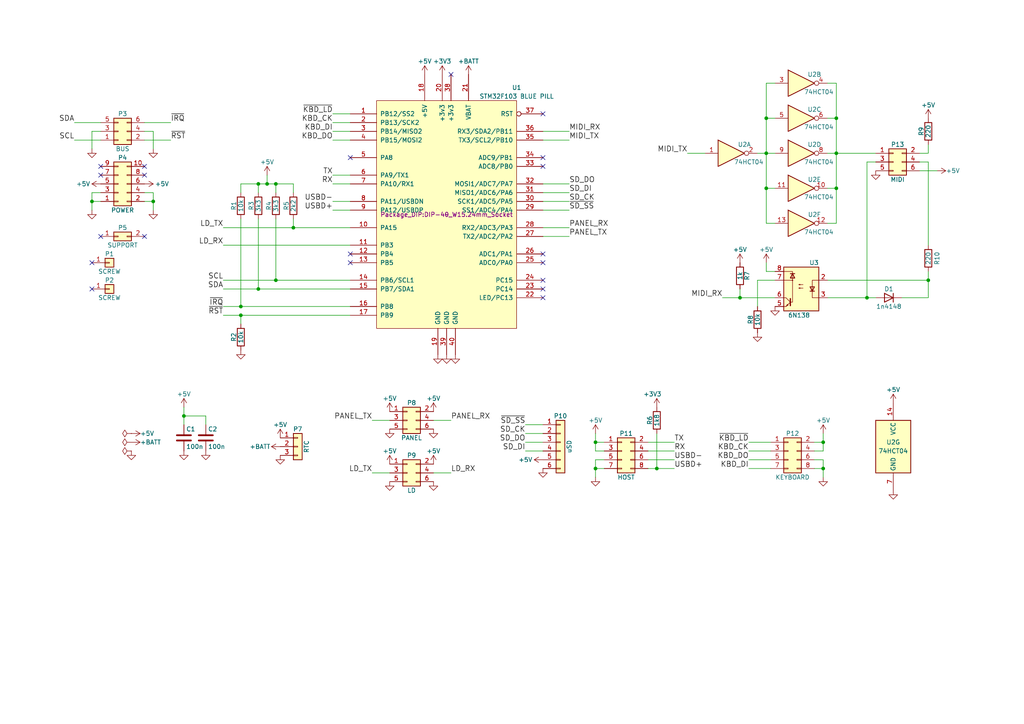
<source format=kicad_sch>
(kicad_sch (version 20211123) (generator eeschema)
  (paper "A4")
  (lib_symbols
    (symbol "74xx:74HC04"
      (property "Reference" "U" (at 0 1.27 0))
      (property "Value" "74HC04" (at 0 -1.27 0))
      (symbol "74HC04_1_0"
        (polyline (pts (xy -3.81 3.81) (xy -3.81 -3.81) (xy 3.81 0) (xy -3.81 3.81)) (stroke (width 0.254)) (fill (type background)))
        (pin input line (at -7.62 0 0) (length 3.81) (name "~") (number "1"))
        (pin output inverted (at 7.62 0 180) (length 3.81) (name "~") (number "2"))
      )
      (symbol "74HC04_2_0"
        (polyline (pts (xy -3.81 3.81) (xy -3.81 -3.81) (xy 3.81 0) (xy -3.81 3.81)) (stroke (width 0.254)) (fill (type background)))
        (pin input line (at -7.62 0 0) (length 3.81) (name "~") (number "3"))
        (pin output inverted (at 7.62 0 180) (length 3.81) (name "~") (number "4"))
      )
      (symbol "74HC04_3_0"
        (polyline (pts (xy -3.81 3.81) (xy -3.81 -3.81) (xy 3.81 0) (xy -3.81 3.81)) (stroke (width 0.254)) (fill (type background)))
        (pin input line (at -7.62 0 0) (length 3.81) (name "~") (number "5"))
        (pin output inverted (at 7.62 0 180) (length 3.81) (name "~") (number "6"))
      )
      (symbol "74HC04_4_0"
        (polyline (pts (xy -3.81 3.81) (xy -3.81 -3.81) (xy 3.81 0) (xy -3.81 3.81)) (stroke (width 0.254)) (fill (type background)))
        (pin output inverted (at 7.62 0 180) (length 3.81) (name "~") (number "8"))
        (pin input line (at -7.62 0 0) (length 3.81) (name "~") (number "9"))
      )
      (symbol "74HC04_5_0"
        (polyline (pts (xy -3.81 3.81) (xy -3.81 -3.81) (xy 3.81 0) (xy -3.81 3.81)) (stroke (width 0.254)) (fill (type background)))
        (pin output inverted (at 7.62 0 180) (length 3.81) (name "~") (number "10"))
        (pin input line (at -7.62 0 0) (length 3.81) (name "~") (number "11"))
      )
      (symbol "74HC04_6_0"
        (polyline (pts (xy -3.81 3.81) (xy -3.81 -3.81) (xy 3.81 0) (xy -3.81 3.81)) (stroke (width 0.254)) (fill (type background)))
        (pin output inverted (at 7.62 0 180) (length 3.81) (name "~") (number "12"))
        (pin input line (at -7.62 0 0) (length 3.81) (name "~") (number "13"))
      )
      (symbol "74HC04_7_0"
        (pin power_in line (at 0 12.7 270) (length 5.08) (name "VCC") (number "14"))
        (pin power_in line (at 0 -12.7 90) (length 5.08) (name "GND") (number "7"))
      )
      (symbol "74HC04_7_1"
        (rectangle (start -5.08 7.62) (end 5.08 -7.62) (stroke (width 0.254)) (fill (type background)))
      )
    )
    (symbol "Connector_Generic:Conn_01x01" (pin_names (offset 1.016) hide)
      (property "Reference" "J" (at 0 2.54 0))
      (property "Value" "Conn_01x01" (at 0 -2.54 0))
      (symbol "Conn_01x01_1_1"
        (rectangle (start -1.27 0.127) (end 0 -0.127) (stroke (width 0.1524)))
        (rectangle (start -1.27 1.27) (end 1.27 -1.27) (stroke (width 0.254)) (fill (type background)))
        (pin passive line (at -5.08 0 0) (length 3.81) (name "Pin_1") (number "1"))
      )
    )
    (symbol "Connector_Generic:Conn_01x03" (pin_names (offset 1.016) hide)
      (property "Reference" "J" (at 0 5.08 0))
      (property "Value" "Conn_01x03" (at 0 -5.08 0))
      (symbol "Conn_01x03_1_1"
        (rectangle (start -1.27 -2.413) (end 0 -2.667) (stroke (width 0.1524)))
        (rectangle (start -1.27 0.127) (end 0 -0.127) (stroke (width 0.1524)))
        (rectangle (start -1.27 2.667) (end 0 2.413) (stroke (width 0.1524)))
        (rectangle (start -1.27 3.81) (end 1.27 -3.81) (stroke (width 0.254)) (fill (type background)))
        (pin passive line (at -5.08 2.54 0) (length 3.81) (name "Pin_1") (number "1"))
        (pin passive line (at -5.08 0 0) (length 3.81) (name "Pin_2") (number "2"))
        (pin passive line (at -5.08 -2.54 0) (length 3.81) (name "Pin_3") (number "3"))
      )
    )
    (symbol "Connector_Generic:Conn_01x06" (pin_names (offset 1.016) hide)
      (property "Reference" "J" (at 0 7.62 0))
      (property "Value" "Conn_01x06" (at 0 -10.16 0))
      (symbol "Conn_01x06_1_1"
        (rectangle (start -1.27 -7.493) (end 0 -7.747) (stroke (width 0.1524)))
        (rectangle (start -1.27 -4.953) (end 0 -5.207) (stroke (width 0.1524)))
        (rectangle (start -1.27 -2.413) (end 0 -2.667) (stroke (width 0.1524)))
        (rectangle (start -1.27 0.127) (end 0 -0.127) (stroke (width 0.1524)))
        (rectangle (start -1.27 2.667) (end 0 2.413) (stroke (width 0.1524)))
        (rectangle (start -1.27 5.207) (end 0 4.953) (stroke (width 0.1524)))
        (rectangle (start -1.27 6.35) (end 1.27 -8.89) (stroke (width 0.254)) (fill (type background)))
        (pin passive line (at -5.08 5.08 0) (length 3.81) (name "Pin_1") (number "1"))
        (pin passive line (at -5.08 2.54 0) (length 3.81) (name "Pin_2") (number "2"))
        (pin passive line (at -5.08 0 0) (length 3.81) (name "Pin_3") (number "3"))
        (pin passive line (at -5.08 -2.54 0) (length 3.81) (name "Pin_4") (number "4"))
        (pin passive line (at -5.08 -5.08 0) (length 3.81) (name "Pin_5") (number "5"))
        (pin passive line (at -5.08 -7.62 0) (length 3.81) (name "Pin_6") (number "6"))
      )
    )
    (symbol "Connector_Generic:Conn_02x01" (pin_names (offset 1.016) hide)
      (property "Reference" "J" (at 1.27 2.54 0))
      (property "Value" "Conn_02x01" (at 1.27 -2.54 0))
      (symbol "Conn_02x01_1_1"
        (rectangle (start -1.27 0.127) (end 0 -0.127) (stroke (width 0.1524)))
        (rectangle (start -1.27 1.27) (end 3.81 -1.27) (stroke (width 0.254)) (fill (type background)))
        (rectangle (start 3.81 0.127) (end 2.54 -0.127) (stroke (width 0.1524)))
        (pin passive line (at -5.08 0 0) (length 3.81) (name "Pin_1") (number "1"))
        (pin passive line (at 7.62 0 180) (length 3.81) (name "Pin_2") (number "2"))
      )
    )
    (symbol "Connector_Generic:Conn_02x03_Odd_Even" (pin_names (offset 1.016) hide)
      (property "Reference" "J" (at 1.27 5.08 0))
      (property "Value" "Conn_02x03_Odd_Even" (at 1.27 -5.08 0))
      (symbol "Conn_02x03_Odd_Even_1_1"
        (rectangle (start -1.27 -2.413) (end 0 -2.667) (stroke (width 0.1524)))
        (rectangle (start -1.27 0.127) (end 0 -0.127) (stroke (width 0.1524)))
        (rectangle (start -1.27 2.667) (end 0 2.413) (stroke (width 0.1524)))
        (rectangle (start -1.27 3.81) (end 3.81 -3.81) (stroke (width 0.254)) (fill (type background)))
        (rectangle (start 3.81 -2.413) (end 2.54 -2.667) (stroke (width 0.1524)))
        (rectangle (start 3.81 0.127) (end 2.54 -0.127) (stroke (width 0.1524)))
        (rectangle (start 3.81 2.667) (end 2.54 2.413) (stroke (width 0.1524)))
        (pin passive line (at -5.08 2.54 0) (length 3.81) (name "Pin_1") (number "1"))
        (pin passive line (at 7.62 2.54 180) (length 3.81) (name "Pin_2") (number "2"))
        (pin passive line (at -5.08 0 0) (length 3.81) (name "Pin_3") (number "3"))
        (pin passive line (at 7.62 0 180) (length 3.81) (name "Pin_4") (number "4"))
        (pin passive line (at -5.08 -2.54 0) (length 3.81) (name "Pin_5") (number "5"))
        (pin passive line (at 7.62 -2.54 180) (length 3.81) (name "Pin_6") (number "6"))
      )
    )
    (symbol "Connector_Generic:Conn_02x04_Odd_Even" (pin_names (offset 1.016) hide)
      (property "Reference" "J" (at 1.27 5.08 0))
      (property "Value" "Conn_02x04_Odd_Even" (at 1.27 -7.62 0))
      (symbol "Conn_02x04_Odd_Even_1_1"
        (rectangle (start -1.27 -4.953) (end 0 -5.207) (stroke (width 0.1524)))
        (rectangle (start -1.27 -2.413) (end 0 -2.667) (stroke (width 0.1524)))
        (rectangle (start -1.27 0.127) (end 0 -0.127) (stroke (width 0.1524)))
        (rectangle (start -1.27 2.667) (end 0 2.413) (stroke (width 0.1524)))
        (rectangle (start -1.27 3.81) (end 3.81 -6.35) (stroke (width 0.254)) (fill (type background)))
        (rectangle (start 3.81 -4.953) (end 2.54 -5.207) (stroke (width 0.1524)))
        (rectangle (start 3.81 -2.413) (end 2.54 -2.667) (stroke (width 0.1524)))
        (rectangle (start 3.81 0.127) (end 2.54 -0.127) (stroke (width 0.1524)))
        (rectangle (start 3.81 2.667) (end 2.54 2.413) (stroke (width 0.1524)))
        (pin passive line (at -5.08 2.54 0) (length 3.81) (name "Pin_1") (number "1"))
        (pin passive line (at 7.62 2.54 180) (length 3.81) (name "Pin_2") (number "2"))
        (pin passive line (at -5.08 0 0) (length 3.81) (name "Pin_3") (number "3"))
        (pin passive line (at 7.62 0 180) (length 3.81) (name "Pin_4") (number "4"))
        (pin passive line (at -5.08 -2.54 0) (length 3.81) (name "Pin_5") (number "5"))
        (pin passive line (at 7.62 -2.54 180) (length 3.81) (name "Pin_6") (number "6"))
        (pin passive line (at -5.08 -5.08 0) (length 3.81) (name "Pin_7") (number "7"))
        (pin passive line (at 7.62 -5.08 180) (length 3.81) (name "Pin_8") (number "8"))
      )
    )
    (symbol "Connector_Generic:Conn_02x05_Odd_Even" (pin_names (offset 1.016) hide)
      (property "Reference" "J" (at 1.27 7.62 0))
      (property "Value" "Conn_02x05_Odd_Even" (at 1.27 -7.62 0))
      (symbol "Conn_02x05_Odd_Even_1_1"
        (rectangle (start -1.27 -4.953) (end 0 -5.207) (stroke (width 0.1524)))
        (rectangle (start -1.27 -2.413) (end 0 -2.667) (stroke (width 0.1524)))
        (rectangle (start -1.27 0.127) (end 0 -0.127) (stroke (width 0.1524)))
        (rectangle (start -1.27 2.667) (end 0 2.413) (stroke (width 0.1524)))
        (rectangle (start -1.27 5.207) (end 0 4.953) (stroke (width 0.1524)))
        (rectangle (start -1.27 6.35) (end 3.81 -6.35) (stroke (width 0.254)) (fill (type background)))
        (rectangle (start 3.81 -4.953) (end 2.54 -5.207) (stroke (width 0.1524)))
        (rectangle (start 3.81 -2.413) (end 2.54 -2.667) (stroke (width 0.1524)))
        (rectangle (start 3.81 0.127) (end 2.54 -0.127) (stroke (width 0.1524)))
        (rectangle (start 3.81 2.667) (end 2.54 2.413) (stroke (width 0.1524)))
        (rectangle (start 3.81 5.207) (end 2.54 4.953) (stroke (width 0.1524)))
        (pin passive line (at -5.08 5.08 0) (length 3.81) (name "Pin_1") (number "1"))
        (pin passive line (at 7.62 -5.08 180) (length 3.81) (name "Pin_10") (number "10"))
        (pin passive line (at 7.62 5.08 180) (length 3.81) (name "Pin_2") (number "2"))
        (pin passive line (at -5.08 2.54 0) (length 3.81) (name "Pin_3") (number "3"))
        (pin passive line (at 7.62 2.54 180) (length 3.81) (name "Pin_4") (number "4"))
        (pin passive line (at -5.08 0 0) (length 3.81) (name "Pin_5") (number "5"))
        (pin passive line (at 7.62 0 180) (length 3.81) (name "Pin_6") (number "6"))
        (pin passive line (at -5.08 -2.54 0) (length 3.81) (name "Pin_7") (number "7"))
        (pin passive line (at 7.62 -2.54 180) (length 3.81) (name "Pin_8") (number "8"))
        (pin passive line (at -5.08 -5.08 0) (length 3.81) (name "Pin_9") (number "9"))
      )
    )
    (symbol "Device:C" (pin_numbers hide) (pin_names (offset 0.254))
      (property "Reference" "C" (at 0.635 2.54 0))
      (property "Value" "C" (at 0.635 -2.54 0))
      (symbol "C_0_1"
        (polyline (pts (xy -2.032 -0.762) (xy 2.032 -0.762)) (stroke (width 0.508)))
        (polyline (pts (xy -2.032 0.762) (xy 2.032 0.762)) (stroke (width 0.508)))
      )
      (symbol "C_1_1"
        (pin passive line (at 0 3.81 270) (length 2.794) (name "~") (number "1"))
        (pin passive line (at 0 -3.81 90) (length 2.794) (name "~") (number "2"))
      )
    )
    (symbol "Device:D" (pin_numbers hide) (pin_names (offset 1.016) hide)
      (property "Reference" "D" (at 0 2.54 0))
      (property "Value" "D" (at 0 -2.54 0))
      (symbol "D_0_1"
        (polyline (pts (xy -1.27 1.27) (xy -1.27 -1.27)) (stroke (width 0.254)))
        (polyline (pts (xy 1.27 0) (xy -1.27 0)))
        (polyline (pts (xy 1.27 1.27) (xy 1.27 -1.27) (xy -1.27 0) (xy 1.27 1.27)) (stroke (width 0.254)))
      )
      (symbol "D_1_1"
        (pin passive line (at -3.81 0 0) (length 2.54) (name "K") (number "1"))
        (pin passive line (at 3.81 0 180) (length 2.54) (name "A") (number "2"))
      )
    )
    (symbol "Device:R" (pin_numbers hide) (pin_names (offset 0))
      (property "Reference" "R" (at 2.032 0 90))
      (property "Value" "R" (at 0 0 90))
      (symbol "R_0_1"
        (rectangle (start -1.016 -2.54) (end 1.016 2.54) (stroke (width 0.254)))
      )
      (symbol "R_1_1"
        (pin passive line (at 0 3.81 270) (length 1.27) (name "~") (number "1"))
        (pin passive line (at 0 -3.81 90) (length 1.27) (name "~") (number "2"))
      )
    )
    (symbol "Isolator:6N136" (pin_names (offset 1.016))
      (property "Reference" "U" (at -5.08 7.62 0))
      (property "Value" "6N136" (at 0 7.62 0))
      (symbol "6N136_0_1"
        (rectangle (start -5.08 6.35) (end 5.08 -6.35) (stroke (width 0.254)) (fill (type background)))
        (polyline (pts (xy -3.81 -0.635) (xy -2.54 -0.635)) (stroke (width 0.254)))
        (polyline (pts (xy 1.905 4.445) (xy 3.175 4.445)) (stroke (width 0.254)))
        (polyline (pts (xy 3.175 -2.794) (xy 3.175 -4.826)) (stroke (width 0.3556)))
        (polyline (pts (xy 3.302 -3.937) (xy 4.445 -5.08)))
        (polyline (pts (xy 3.302 -3.683) (xy 4.445 -2.54)))
        (polyline (pts (xy 5.08 -5.08) (xy 4.445 -5.08)))
        (polyline (pts (xy 5.08 -2.54) (xy 4.445 -2.54)))
        (polyline (pts (xy 5.08 2.54) (xy 2.54 2.54)))
        (polyline (pts (xy -5.08 2.54) (xy -3.175 2.54) (xy -3.175 -2.54) (xy -5.08 -2.54)))
        (polyline (pts (xy -3.175 -0.635) (xy -3.81 0.635) (xy -2.54 0.635) (xy -3.175 -0.635)) (stroke (width 0.254)))
        (polyline (pts (xy 2.54 4.445) (xy 1.905 3.175) (xy 3.175 3.175) (xy 2.54 4.445)) (stroke (width 0.254)))
        (polyline (pts (xy 4.318 -4.953) (xy 4.064 -4.445) (xy 3.81 -4.699) (xy 4.318 -4.953)))
        (polyline (pts (xy 5.08 5.08) (xy 2.54 5.08) (xy 2.54 -3.81) (xy 3.175 -3.81)))
        (polyline (pts (xy -0.508 0.254) (xy 0.762 0.254) (xy 0.381 0.127) (xy 0.381 0.381) (xy 0.762 0.254)))
        (polyline (pts (xy -0.508 1.27) (xy 0.762 1.27) (xy 0.381 1.143) (xy 0.381 1.397) (xy 0.762 1.27)))
        (circle (center 2.54 2.54) (radius 0.127))
      )
      (symbol "6N136_1_1"
        (pin no_connect line (at -5.08 5.08 0) (length 2.54) hide (name "NC") (number "1"))
        (pin passive line (at -7.62 2.54 0) (length 2.54) (name "~") (number "2"))
        (pin passive line (at -7.62 -2.54 0) (length 2.54) (name "~") (number "3"))
        (pin no_connect line (at -5.08 -5.08 0) (length 2.54) hide (name "NC") (number "4"))
        (pin passive line (at 7.62 -5.08 180) (length 2.54) (name "~") (number "5"))
        (pin passive line (at 7.62 -2.54 180) (length 2.54) (name "~") (number "6"))
        (pin passive line (at 7.62 2.54 180) (length 2.54) (name "~") (number "7"))
        (pin passive line (at 7.62 5.08 180) (length 2.54) (name "~") (number "8"))
      )
    )
    (symbol "power:+3V3" (power) (pin_names (offset 0))
      (property "Value" "+3V3" (at 0 3.556 0))
      (symbol "+3V3_0_1"
        (polyline (pts (xy -0.762 1.27) (xy 0 2.54)))
        (polyline (pts (xy 0 0) (xy 0 2.54)))
        (polyline (pts (xy 0 2.54) (xy 0.762 1.27)))
      )
      (symbol "+3V3_1_1"
        (pin power_in line (at 0 0 90) (length 0) hide (name "+3V3") (number "1"))
      )
    )
    (symbol "power:+5V" (power) (pin_names (offset 0))
      (property "Value" "+5V" (at 0 3.556 0))
      (symbol "+5V_0_1"
        (polyline (pts (xy -0.762 1.27) (xy 0 2.54)))
        (polyline (pts (xy 0 0) (xy 0 2.54)))
        (polyline (pts (xy 0 2.54) (xy 0.762 1.27)))
      )
      (symbol "+5V_1_1"
        (pin power_in line (at 0 0 90) (length 0) hide (name "+5V") (number "1"))
      )
    )
    (symbol "power:+BATT" (power) (pin_names (offset 0))
      (property "Value" "+BATT" (at 0 3.556 0))
      (symbol "+BATT_0_1"
        (polyline (pts (xy -0.762 1.27) (xy 0 2.54)))
        (polyline (pts (xy 0 0) (xy 0 2.54)))
        (polyline (pts (xy 0 2.54) (xy 0.762 1.27)))
      )
      (symbol "+BATT_1_1"
        (pin power_in line (at 0 0 90) (length 0) hide (name "+BATT") (number "1"))
      )
    )
    (symbol "power:GND" (power) (pin_names (offset 0))
      (property "Value" "GND" (at 0 -3.81 0))
      (symbol "GND_0_1"
        (polyline (pts (xy 0 0) (xy 0 -1.27) (xy 1.27 -1.27) (xy 0 -2.54) (xy -1.27 -1.27) (xy 0 -1.27)))
      )
      (symbol "GND_1_1"
        (pin power_in line (at 0 0 270) (length 0) hide (name "GND") (number "1"))
      )
    )
    (symbol "power:PWR_FLAG" (power) (pin_numbers hide) (pin_names (offset 0) hide)
      (property "Value" "PWR_FLAG" (at 0 3.81 0))
      (symbol "PWR_FLAG_0_0"
        (pin power_out line (at 0 0 90) (length 0) (name "pwr") (number "1"))
      )
      (symbol "PWR_FLAG_0_1"
        (polyline (pts (xy 0 0) (xy 0 1.27) (xy -1.016 1.905) (xy 0 2.54) (xy 1.016 1.905) (xy 0 1.27)))
      )
    )
    (symbol "stm32f103-bluepill:STM32F103-BLUEPILL" (pin_names (offset 1.016))
      (property "Reference" "U" (at 19.05 36.83 0))
      (property "Value" "STM32F103-BLUEPILL" (at 19.05 34.29 0))
      (property "Footprint" "Package_DIP:DIP-40_W15.24mm_Socket" (at 0 -7.62 0))
      (symbol "STM32F103-BLUEPILL_0_1"
        (rectangle (start -20.32 33.02) (end 20.32 -33.02) (fill (type background)))
      )
      (symbol "STM32F103-BLUEPILL_1_1"
        (pin bidirectional line (at -27.94 29.21 0) (length 7.62) (name "PB12/SS2") (number "1"))
        (pin bidirectional line (at -27.94 -3.81 0) (length 7.62) (name "PA15") (number "10"))
        (pin bidirectional line (at -27.94 -8.89 0) (length 7.62) (name "PB3") (number "11"))
        (pin bidirectional line (at -27.94 -11.43 0) (length 7.62) (name "PB4") (number "12"))
        (pin bidirectional line (at -27.94 -13.97 0) (length 7.62) (name "PB5") (number "13"))
        (pin bidirectional line (at -27.94 -19.05 0) (length 7.62) (name "PB6/SCL1") (number "14"))
        (pin bidirectional line (at -27.94 -21.59 0) (length 7.62) (name "PB7/SDA1") (number "15"))
        (pin bidirectional line (at -27.94 -26.67 0) (length 7.62) (name "PB8") (number "16"))
        (pin bidirectional line (at -27.94 -29.21 0) (length 7.62) (name "PB9") (number "17"))
        (pin power_in line (at -6.35 40.64 270) (length 7.62) (name "+5V") (number "18"))
        (pin power_in line (at -2.54 -40.64 90) (length 7.62) (name "GND") (number "19"))
        (pin bidirectional line (at -27.94 26.67 0) (length 7.62) (name "PB13/SCK2") (number "2"))
        (pin power_out line (at -1.27 40.64 270) (length 7.62) (name "+3v3") (number "20"))
        (pin power_in line (at 6.35 40.64 270) (length 7.62) (name "VBAT") (number "21"))
        (pin bidirectional line (at 27.94 -24.13 180) (length 7.62) (name "LED/PC13") (number "22"))
        (pin bidirectional line (at 27.94 -21.59 180) (length 7.62) (name "PC14") (number "23"))
        (pin bidirectional line (at 27.94 -19.05 180) (length 7.62) (name "PC15") (number "24"))
        (pin bidirectional line (at 27.94 -13.97 180) (length 7.62) (name "ADC0/PA0") (number "25"))
        (pin bidirectional line (at 27.94 -11.43 180) (length 7.62) (name "ADC1/PA1") (number "26"))
        (pin bidirectional line (at 27.94 -6.35 180) (length 7.62) (name "TX2/ADC2/PA2") (number "27"))
        (pin bidirectional line (at 27.94 -3.81 180) (length 7.62) (name "RX2/ADC3/PA3") (number "28"))
        (pin bidirectional line (at 27.94 1.27 180) (length 7.62) (name "SS1/ADC4/PA4") (number "29"))
        (pin bidirectional line (at -27.94 24.13 0) (length 7.62) (name "PB14/MISO2") (number "3"))
        (pin bidirectional line (at 27.94 3.81 180) (length 7.62) (name "SCK1/ADC5/PA5") (number "30"))
        (pin bidirectional line (at 27.94 6.35 180) (length 7.62) (name "MISO1/ADC6/PA6") (number "31"))
        (pin bidirectional line (at 27.94 8.89 180) (length 7.62) (name "MOSI1/ADC7/PA7") (number "32"))
        (pin bidirectional line (at 27.94 13.97 180) (length 7.62) (name "ADC8/PB0") (number "33"))
        (pin bidirectional line (at 27.94 16.51 180) (length 7.62) (name "ADC9/PB1") (number "34"))
        (pin bidirectional line (at 27.94 21.59 180) (length 7.62) (name "TX3/SCL2/PB10") (number "35"))
        (pin bidirectional line (at 27.94 24.13 180) (length 7.62) (name "RX3/SDA2/PB11") (number "36"))
        (pin input inverted (at 27.94 29.21 180) (length 7.62) (name "RST") (number "37"))
        (pin power_out line (at 1.27 40.64 270) (length 7.62) (name "+3v3") (number "38"))
        (pin power_in line (at 0 -40.64 90) (length 7.62) (name "GND") (number "39"))
        (pin bidirectional line (at -27.94 21.59 0) (length 7.62) (name "PB15/MOSI2") (number "4"))
        (pin power_in line (at 2.54 -40.64 90) (length 7.62) (name "GND") (number "40"))
        (pin bidirectional line (at -27.94 16.51 0) (length 7.62) (name "PA8") (number "5"))
        (pin bidirectional line (at -27.94 11.43 0) (length 7.62) (name "PA9/TX1") (number "6"))
        (pin bidirectional line (at -27.94 8.89 0) (length 7.62) (name "PA10/RX1") (number "7"))
        (pin bidirectional line (at -27.94 3.81 0) (length 7.62) (name "PA11/USBDN") (number "8"))
        (pin bidirectional line (at -27.94 1.27 0) (length 7.62) (name "PA12/USBDP") (number "9"))
      )
    )
  )
  (junction (at 26.67 58.42))
  (junction (at 269.24 81.28))
  (junction (at 77.47 53.34))
  (junction (at 238.76 135.89))
  (junction (at 53.34 120.65))
  (junction (at 242.57 34.29))
  (junction (at 251.46 86.36))
  (junction (at 172.72 135.89))
  (junction (at 69.85 88.9))
  (junction (at 69.85 91.44))
  (junction (at 242.57 54.61))
  (junction (at 172.72 128.27))
  (junction (at 214.63 86.36))
  (junction (at 74.93 83.82))
  (junction (at 222.25 54.61))
  (junction (at 80.01 53.34))
  (junction (at 80.01 81.28))
  (junction (at 74.93 53.34))
  (junction (at 222.25 34.29))
  (junction (at 85.09 66.04))
  (junction (at 190.5 135.89))
  (junction (at 44.45 58.42))
  (junction (at 242.57 44.45))
  (junction (at 238.76 128.27))
  (junction (at 222.25 44.45))
  (no_connect (at 29.21 68.58))
  (no_connect (at 101.6 76.2))
  (no_connect (at 101.6 45.72))
  (no_connect (at 157.48 45.72))
  (no_connect (at 157.48 81.28))
  (no_connect (at 29.21 50.8))
  (no_connect (at 157.48 73.66))
  (no_connect (at 29.21 48.26))
  (no_connect (at 157.48 83.82))
  (no_connect (at 41.91 50.8))
  (no_connect (at 26.67 83.82))
  (no_connect (at 41.91 68.58))
  (no_connect (at 26.67 76.2))
  (no_connect (at 157.48 76.2))
  (no_connect (at 130.81 21.59))
  (no_connect (at 157.48 33.02))
  (no_connect (at 101.6 73.66))
  (no_connect (at 157.48 86.36))
  (no_connect (at 157.48 48.26))
  (no_connect (at 41.91 48.26))
  (wire (pts (xy 269.24 86.36) (xy 261.62 86.36)))
  (wire (pts (xy 64.77 88.9) (xy 69.85 88.9)))
  (wire (pts (xy 236.22 133.35) (xy 238.76 133.35)))
  (wire (pts (xy 219.71 44.45) (xy 222.25 44.45)))
  (wire (pts (xy 209.55 86.36) (xy 214.63 86.36)))
  (wire (pts (xy 236.22 135.89) (xy 238.76 135.89)))
  (wire (pts (xy 219.71 81.28) (xy 224.79 81.28)))
  (wire (pts (xy 269.24 71.12) (xy 269.24 46.99)))
  (wire (pts (xy 240.03 34.29) (xy 242.57 34.29)))
  (wire (pts (xy 190.5 135.89) (xy 195.58 135.89)))
  (wire (pts (xy 175.26 128.27) (xy 172.72 128.27)))
  (wire (pts (xy 251.46 46.99) (xy 251.46 86.36)))
  (wire (pts (xy 69.85 91.44) (xy 101.6 91.44)))
  (wire (pts (xy 157.48 130.81) (xy 152.4 130.81)))
  (wire (pts (xy 157.48 40.64) (xy 165.1 40.64)))
  (wire (pts (xy 26.67 55.88) (xy 26.67 58.42)))
  (wire (pts (xy 101.6 40.64) (xy 96.52 40.64)))
  (wire (pts (xy 187.96 130.81) (xy 195.58 130.81)))
  (wire (pts (xy 152.4 125.73) (xy 157.48 125.73)))
  (wire (pts (xy 269.24 44.45) (xy 266.7 44.45)))
  (wire (pts (xy 29.21 40.64) (xy 21.59 40.64)))
  (wire (pts (xy 238.76 135.89) (xy 238.76 138.43)))
  (wire (pts (xy 53.34 120.65) (xy 53.34 123.19)))
  (wire (pts (xy 74.93 53.34) (xy 77.47 53.34)))
  (wire (pts (xy 157.48 128.27) (xy 152.4 128.27)))
  (wire (pts (xy 269.24 46.99) (xy 266.7 46.99)))
  (wire (pts (xy 238.76 133.35) (xy 238.76 135.89)))
  (wire (pts (xy 175.26 135.89) (xy 172.72 135.89)))
  (wire (pts (xy 238.76 130.81) (xy 236.22 130.81)))
  (wire (pts (xy 242.57 44.45) (xy 254 44.45)))
  (wire (pts (xy 242.57 44.45) (xy 242.57 54.61)))
  (wire (pts (xy 222.25 34.29) (xy 222.25 44.45)))
  (wire (pts (xy 101.6 50.8) (xy 96.52 50.8)))
  (wire (pts (xy 64.77 83.82) (xy 74.93 83.82)))
  (wire (pts (xy 64.77 81.28) (xy 80.01 81.28)))
  (wire (pts (xy 101.6 53.34) (xy 96.52 53.34)))
  (wire (pts (xy 80.01 63.5) (xy 80.01 81.28)))
  (wire (pts (xy 157.48 68.58) (xy 165.1 68.58)))
  (wire (pts (xy 41.91 58.42) (xy 44.45 58.42)))
  (wire (pts (xy 101.6 60.96) (xy 96.52 60.96)))
  (wire (pts (xy 77.47 50.8) (xy 77.47 53.34)))
  (wire (pts (xy 80.01 81.28) (xy 101.6 81.28)))
  (wire (pts (xy 69.85 55.88) (xy 69.85 53.34)))
  (wire (pts (xy 80.01 53.34) (xy 85.09 53.34)))
  (wire (pts (xy 175.26 133.35) (xy 172.72 133.35)))
  (wire (pts (xy 172.72 133.35) (xy 172.72 135.89)))
  (wire (pts (xy 222.25 64.77) (xy 224.79 64.77)))
  (wire (pts (xy 224.79 54.61) (xy 222.25 54.61)))
  (wire (pts (xy 242.57 24.13) (xy 242.57 34.29)))
  (wire (pts (xy 59.69 120.65) (xy 59.69 123.19)))
  (wire (pts (xy 85.09 63.5) (xy 85.09 66.04)))
  (wire (pts (xy 222.25 76.2) (xy 222.25 78.74)))
  (wire (pts (xy 222.25 54.61) (xy 222.25 64.77)))
  (wire (pts (xy 44.45 38.1) (xy 44.45 43.18)))
  (wire (pts (xy 190.5 125.73) (xy 190.5 135.89)))
  (wire (pts (xy 224.79 24.13) (xy 222.25 24.13)))
  (wire (pts (xy 254 46.99) (xy 251.46 46.99)))
  (wire (pts (xy 242.57 54.61) (xy 242.57 64.77)))
  (wire (pts (xy 44.45 55.88) (xy 44.45 58.42)))
  (wire (pts (xy 240.03 86.36) (xy 251.46 86.36)))
  (wire (pts (xy 217.17 135.89) (xy 223.52 135.89)))
  (wire (pts (xy 107.95 137.16) (xy 113.03 137.16)))
  (wire (pts (xy 172.72 130.81) (xy 172.72 128.27)))
  (wire (pts (xy 214.63 86.36) (xy 224.79 86.36)))
  (wire (pts (xy 64.77 91.44) (xy 69.85 91.44)))
  (wire (pts (xy 269.24 78.74) (xy 269.24 81.28)))
  (wire (pts (xy 69.85 88.9) (xy 101.6 88.9)))
  (wire (pts (xy 107.95 121.92) (xy 113.03 121.92)))
  (wire (pts (xy 187.96 135.89) (xy 190.5 135.89)))
  (wire (pts (xy 64.77 66.04) (xy 85.09 66.04)))
  (wire (pts (xy 77.47 53.34) (xy 80.01 53.34)))
  (wire (pts (xy 152.4 123.19) (xy 157.48 123.19)))
  (wire (pts (xy 26.67 58.42) (xy 26.67 60.96)))
  (wire (pts (xy 224.79 34.29) (xy 222.25 34.29)))
  (wire (pts (xy 125.73 121.92) (xy 130.81 121.92)))
  (wire (pts (xy 101.6 38.1) (xy 96.52 38.1)))
  (wire (pts (xy 199.39 44.45) (xy 204.47 44.45)))
  (wire (pts (xy 69.85 93.98) (xy 69.85 91.44)))
  (wire (pts (xy 44.45 58.42) (xy 44.45 60.96)))
  (wire (pts (xy 96.52 35.56) (xy 101.6 35.56)))
  (wire (pts (xy 53.34 118.11) (xy 53.34 120.65)))
  (wire (pts (xy 157.48 60.96) (xy 165.1 60.96)))
  (wire (pts (xy 125.73 137.16) (xy 130.81 137.16)))
  (wire (pts (xy 26.67 38.1) (xy 26.67 43.18)))
  (wire (pts (xy 223.52 128.27) (xy 217.17 128.27)))
  (wire (pts (xy 242.57 34.29) (xy 242.57 44.45)))
  (wire (pts (xy 240.03 81.28) (xy 269.24 81.28)))
  (wire (pts (xy 187.96 133.35) (xy 195.58 133.35)))
  (wire (pts (xy 29.21 55.88) (xy 26.67 55.88)))
  (wire (pts (xy 41.91 55.88) (xy 44.45 55.88)))
  (wire (pts (xy 85.09 66.04) (xy 101.6 66.04)))
  (wire (pts (xy 240.03 24.13) (xy 242.57 24.13)))
  (wire (pts (xy 175.26 130.81) (xy 172.72 130.81)))
  (wire (pts (xy 236.22 128.27) (xy 238.76 128.27)))
  (wire (pts (xy 222.25 24.13) (xy 222.25 34.29)))
  (wire (pts (xy 172.72 135.89) (xy 172.72 138.43)))
  (wire (pts (xy 217.17 130.81) (xy 223.52 130.81)))
  (wire (pts (xy 101.6 58.42) (xy 96.52 58.42)))
  (wire (pts (xy 157.48 38.1) (xy 165.1 38.1)))
  (wire (pts (xy 219.71 88.9) (xy 219.71 81.28)))
  (wire (pts (xy 222.25 44.45) (xy 222.25 54.61)))
  (wire (pts (xy 238.76 128.27) (xy 238.76 130.81)))
  (wire (pts (xy 269.24 81.28) (xy 269.24 86.36)))
  (wire (pts (xy 242.57 64.77) (xy 240.03 64.77)))
  (wire (pts (xy 69.85 63.5) (xy 69.85 88.9)))
  (wire (pts (xy 269.24 44.45) (xy 269.24 41.91)))
  (wire (pts (xy 222.25 44.45) (xy 224.79 44.45)))
  (wire (pts (xy 85.09 53.34) (xy 85.09 55.88)))
  (wire (pts (xy 41.91 38.1) (xy 44.45 38.1)))
  (wire (pts (xy 80.01 53.34) (xy 80.01 55.88)))
  (wire (pts (xy 157.48 58.42) (xy 165.1 58.42)))
  (wire (pts (xy 101.6 33.02) (xy 96.52 33.02)))
  (wire (pts (xy 157.48 53.34) (xy 165.1 53.34)))
  (wire (pts (xy 214.63 83.82) (xy 214.63 86.36)))
  (wire (pts (xy 172.72 128.27) (xy 172.72 125.73)))
  (wire (pts (xy 69.85 53.34) (xy 74.93 53.34)))
  (wire (pts (xy 29.21 35.56) (xy 21.59 35.56)))
  (wire (pts (xy 157.48 66.04) (xy 165.1 66.04)))
  (wire (pts (xy 222.25 78.74) (xy 224.79 78.74)))
  (wire (pts (xy 223.52 133.35) (xy 217.17 133.35)))
  (wire (pts (xy 187.96 128.27) (xy 195.58 128.27)))
  (wire (pts (xy 74.93 63.5) (xy 74.93 83.82)))
  (wire (pts (xy 29.21 38.1) (xy 26.67 38.1)))
  (wire (pts (xy 41.91 35.56) (xy 49.53 35.56)))
  (wire (pts (xy 29.21 58.42) (xy 26.67 58.42)))
  (wire (pts (xy 64.77 71.12) (xy 101.6 71.12)))
  (wire (pts (xy 238.76 125.73) (xy 238.76 128.27)))
  (wire (pts (xy 266.7 49.53) (xy 271.78 49.53)))
  (wire (pts (xy 74.93 83.82) (xy 101.6 83.82)))
  (wire (pts (xy 251.46 86.36) (xy 254 86.36)))
  (wire (pts (xy 74.93 53.34) (xy 74.93 55.88)))
  (wire (pts (xy 240.03 54.61) (xy 242.57 54.61)))
  (wire (pts (xy 157.48 55.88) (xy 165.1 55.88)))
  (wire (pts (xy 53.34 120.65) (xy 59.69 120.65)))
  (wire (pts (xy 240.03 44.45) (xy 242.57 44.45)))
  (wire (pts (xy 41.91 40.64) (xy 49.53 40.64)))
  (label "~{SD_SS}" (at 165.1 60.96 0) (effects (font (size 1.524 1.524))))
  (label "USBD-" (at 195.58 133.35 0) (effects (font (size 1.524 1.524))))
  (label "KBD_DO" (at 217.17 133.35 180) (effects (font (size 1.524 1.524))))
  (label "~{SD_SS}" (at 152.4 123.19 180) (effects (font (size 1.524 1.524))))
  (label "TX" (at 96.52 50.8 180) (effects (font (size 1.524 1.524))))
  (label "SDA" (at 64.77 83.82 180) (effects (font (size 1.524 1.524))))
  (label "~{RST}" (at 49.53 40.64 0) (effects (font (size 1.524 1.524))))
  (label "LD_TX" (at 107.95 137.16 180) (effects (font (size 1.524 1.524))))
  (label "SCL" (at 64.77 81.28 180) (effects (font (size 1.524 1.524))))
  (label "SCL" (at 21.59 40.64 180) (effects (font (size 1.524 1.524))))
  (label "~{IRQ}" (at 64.77 88.9 180) (effects (font (size 1.524 1.524))))
  (label "SD_DI" (at 165.1 55.88 0) (effects (font (size 1.524 1.524))))
  (label "SD_CK" (at 152.4 125.73 180) (effects (font (size 1.524 1.524))))
  (label "USBD-" (at 96.52 58.42 180) (effects (font (size 1.524 1.524))))
  (label "~{KBD_LD}" (at 96.52 33.02 180) (effects (font (size 1.524 1.524))))
  (label "PANEL_TX" (at 165.1 68.58 0) (effects (font (size 1.524 1.524))))
  (label "RX" (at 96.52 53.34 180) (effects (font (size 1.524 1.524))))
  (label "LD_RX" (at 130.81 137.16 0) (effects (font (size 1.524 1.524))))
  (label "KBD_DO" (at 96.52 40.64 180) (effects (font (size 1.524 1.524))))
  (label "PANEL_RX" (at 165.1 66.04 0) (effects (font (size 1.524 1.524))))
  (label "SD_DO" (at 152.4 128.27 180) (effects (font (size 1.524 1.524))))
  (label "SDA" (at 21.59 35.56 180) (effects (font (size 1.524 1.524))))
  (label "~{RST}" (at 64.77 91.44 180) (effects (font (size 1.524 1.524))))
  (label "MIDI_RX" (at 209.55 86.36 180) (effects (font (size 1.524 1.524))))
  (label "PANEL_TX" (at 107.95 121.92 180) (effects (font (size 1.524 1.524))))
  (label "KBD_DI" (at 96.52 38.1 180) (effects (font (size 1.524 1.524))))
  (label "RX" (at 195.58 130.81 0) (effects (font (size 1.524 1.524))))
  (label "USBD+" (at 195.58 135.89 0) (effects (font (size 1.524 1.524))))
  (label "~{KBD_LD}" (at 217.17 128.27 180) (effects (font (size 1.524 1.524))))
  (label "PANEL_RX" (at 130.81 121.92 0) (effects (font (size 1.524 1.524))))
  (label "SD_DO" (at 165.1 53.34 0) (effects (font (size 1.524 1.524))))
  (label "MIDI_TX" (at 199.39 44.45 180) (effects (font (size 1.524 1.524))))
  (label "SD_CK" (at 165.1 58.42 0) (effects (font (size 1.524 1.524))))
  (label "SD_DI" (at 152.4 130.81 180) (effects (font (size 1.524 1.524))))
  (label "USBD+" (at 96.52 60.96 180) (effects (font (size 1.524 1.524))))
  (label "KBD_CK" (at 96.52 35.56 180) (effects (font (size 1.524 1.524))))
  (label "LD_RX" (at 64.77 71.12 180) (effects (font (size 1.524 1.524))))
  (label "KBD_CK" (at 217.17 130.81 180) (effects (font (size 1.524 1.524))))
  (label "MIDI_RX" (at 165.1 38.1 0) (effects (font (size 1.524 1.524))))
  (label "KBD_DI" (at 217.17 135.89 180) (effects (font (size 1.524 1.524))))
  (label "MIDI_TX" (at 165.1 40.64 0) (effects (font (size 1.524 1.524))))
  (label "TX" (at 195.58 128.27 0) (effects (font (size 1.524 1.524))))
  (label "~{IRQ}" (at 49.53 35.56 0) (effects (font (size 1.524 1.524))))
  (label "LD_TX" (at 64.77 66.04 180) (effects (font (size 1.524 1.524))))
  (symbol (lib_id "Connector_Generic:Conn_02x03_Odd_Even") (at 34.29 38.1 0) (mirror x) (unit 1)
    (property "Reference" "P3" (at 35.56 33.02 0))
    (property "Value" "BUS" (at 35.56 43.18 0))
    (property "Footprint" "Connector_PinHeader_2.54mm:PinHeader_2x03_P2.54mm_Vertical" (effects hide))
  )
  (symbol (lib_id "Connector_Generic:Conn_02x05_Odd_Even") (at 34.29 53.34 0) (mirror x) (unit 1)
    (property "Reference" "P4" (at 35.56 45.72 0))
    (property "Value" "POWER" (at 35.56 60.96 0))
    (property "Footprint" "Connector_PinHeader_2.54mm:PinHeader_2x05_P2.54mm_Vertical" (effects hide))
  )
  (symbol (lib_id "power:GND") (at 26.67 60.96 0) (unit 1)
    (property "Reference" "#PWR01" (effects hide))
    (property "Value" "GND" (effects hide))
  )
  (symbol (lib_id "power:GND") (at 44.45 60.96 0) (unit 1)
    (property "Reference" "#PWR02" (effects hide))
    (property "Value" "GND" (effects hide))
  )
  (symbol (lib_id "power:GND") (at 26.67 43.18 0) (unit 1)
    (property "Reference" "#PWR03" (effects hide))
    (property "Value" "GND" (effects hide))
  )
  (symbol (lib_id "power:GND") (at 44.45 43.18 0) (unit 1)
    (property "Reference" "#PWR04" (effects hide))
    (property "Value" "GND" (effects hide))
  )
  (symbol (lib_id "power:+5V") (at 41.91 53.34 270) (unit 1)
    (property "Reference" "#PWR05" (effects hide))
    (property "Value" "+5V" (at 46.99 53.34 90))
  )
  (symbol (lib_id "power:+5V") (at 29.21 53.34 90) (mirror x) (unit 1)
    (property "Reference" "#PWR06" (effects hide))
    (property "Value" "+5V" (at 24.13 53.34 90))
  )
  (symbol (lib_id "power:PWR_FLAG") (at 38.1 125.73 90) (unit 1)
    (property "Reference" "#FLG07" (effects hide))
    (property "Value" "PWR_FLAG" (effects hide))
  )
  (symbol (lib_id "power:+5V") (at 38.1 125.73 270) (unit 1)
    (property "Reference" "#PWR08" (effects hide))
    (property "Value" "+5V" (at 40.64 125.73 90) (effects (justify left)))
  )
  (symbol (lib_id "power:GND") (at 38.1 130.81 0) (unit 1)
    (property "Reference" "#PWR09" (effects hide))
    (property "Value" "GND" (effects hide))
  )
  (symbol (lib_id "Connector_Generic:Conn_02x01") (at 34.29 68.58 0) (unit 1)
    (property "Reference" "P5" (at 35.56 66.04 0))
    (property "Value" "SUPPORT" (at 35.56 71.12 0))
    (property "Footprint" "Connector_PinHeader_2.54mm:PinHeader_1x02_P2.54mm_Vertical" (effects hide))
  )
  (symbol (lib_id "Isolator:6N136") (at 232.41 83.82 0) (mirror y) (unit 1)
    (property "Reference" "U3" (at 237.49 76.2 0) (effects (justify left)))
    (property "Value" "6N138" (at 234.95 91.44 0) (effects (justify left)))
    (property "Footprint" "Package_DIP:DIP-8_W7.62mm" (effects hide))
    (property "Datasheet" "https://optoelectronics.liteon.com/upload/download/DS70-2008-0032/6N135-L%206N136-L%20series.pdf" (effects hide))
  )
  (symbol (lib_id "Device:R") (at 269.24 74.93 180) (unit 1)
    (property "Reference" "R10" (at 271.78 74.93 90))
    (property "Value" "220" (at 269.24 74.93 90))
    (property "Footprint" "Resistor_THT:R_Axial_DIN0204_L3.6mm_D1.6mm_P2.54mm_Vertical" (effects hide))
  )
  (symbol (lib_id "Device:D") (at 257.81 86.36 0) (mirror y) (unit 1)
    (property "Reference" "D1" (at 257.81 83.82 0))
    (property "Value" "1n4148" (at 257.81 88.9 0))
    (property "Footprint" "Diode_THT:D_DO-35_SOD27_P2.54mm_Vertical_KathodeUp" (effects hide))
  )
  (symbol (lib_id "power:GND") (at 224.79 88.9 0) (unit 1)
    (property "Reference" "#PWR010" (effects hide))
    (property "Value" "GND" (effects hide))
  )
  (symbol (lib_id "Device:R") (at 214.63 80.01 0) (unit 1)
    (property "Reference" "R7" (at 216.662 80.01 90))
    (property "Value" "1k" (at 214.63 80.01 90))
    (property "Footprint" "Resistor_THT:R_Axial_DIN0204_L3.6mm_D1.6mm_P7.62mm_Horizontal" (effects hide))
  )
  (symbol (lib_id "power:GND") (at 254 49.53 0) (unit 1)
    (property "Reference" "#PWR011" (effects hide))
    (property "Value" "GND" (effects hide))
  )
  (symbol (lib_id "Device:R") (at 269.24 38.1 0) (mirror y) (unit 1)
    (property "Reference" "R9" (at 267.208 38.1 90))
    (property "Value" "220" (at 269.24 38.1 90))
    (property "Footprint" "Resistor_THT:R_Axial_DIN0204_L3.6mm_D1.6mm_P2.54mm_Vertical" (effects hide))
  )
  (symbol (lib_id "Connector_Generic:Conn_02x04_Odd_Even") (at 228.6 130.81 0) (unit 1)
    (property "Reference" "P12" (at 229.87 125.73 0))
    (property "Value" "KEYBOARD" (at 229.87 138.43 0))
    (property "Footprint" "Connector_PinHeader_2.54mm:PinHeader_2x04_P2.54mm_Horizontal" (effects hide))
  )
  (symbol (lib_id "power:GND") (at 238.76 138.43 0) (unit 1)
    (property "Reference" "#PWR012" (effects hide))
    (property "Value" "GND" (effects hide))
  )
  (symbol (lib_id "power:+5V") (at 238.76 125.73 0) (mirror y) (unit 1)
    (property "Reference" "#PWR036" (effects hide))
    (property "Value" "+5V" (at 238.76 121.92 0))
  )
  (symbol (lib_id "power:GND") (at 129.54 102.87 0) (unit 1)
    (property "Reference" "#PWR013" (effects hide))
    (property "Value" "GND" (effects hide))
  )
  (symbol (lib_id "power:GND") (at 127 102.87 0) (unit 1)
    (property "Reference" "#PWR014" (effects hide))
    (property "Value" "GND" (effects hide))
  )
  (symbol (lib_id "power:+5V") (at 123.19 21.59 0) (mirror y) (unit 1)
    (property "Reference" "#PWR015" (effects hide))
    (property "Value" "+5V" (at 123.19 17.78 0))
  )
  (symbol (lib_id "power:GND") (at 125.73 124.46 0) (unit 1)
    (property "Reference" "#PWR016" (effects hide))
    (property "Value" "GND" (effects hide))
  )
  (symbol (lib_id "power:+5V") (at 113.03 119.38 0) (mirror y) (unit 1)
    (property "Reference" "#PWR017" (effects hide))
    (property "Value" "+5V" (at 113.03 115.57 0))
  )
  (symbol (lib_id "Connector_Generic:Conn_02x04_Odd_Even") (at 180.34 130.81 0) (unit 1)
    (property "Reference" "P11" (at 181.61 125.73 0))
    (property "Value" "HOST" (at 181.61 138.43 0))
    (property "Footprint" "Connector_PinHeader_2.54mm:PinHeader_2x04_P2.54mm_Vertical" (effects hide))
  )
  (symbol (lib_id "power:GND") (at 172.72 138.43 0) (unit 1)
    (property "Reference" "#PWR018" (effects hide))
    (property "Value" "GND" (effects hide))
  )
  (symbol (lib_id "power:+5V") (at 172.72 125.73 0) (mirror y) (unit 1)
    (property "Reference" "#PWR019" (effects hide))
    (property "Value" "+5V" (at 172.72 121.92 0))
  )
  (symbol (lib_id "Connector_Generic:Conn_01x06") (at 162.56 128.27 0) (unit 1)
    (property "Reference" "P10" (at 162.56 120.65 0))
    (property "Value" "uSD" (at 165.1 129.54 90))
    (property "Footprint" "Connector_PinHeader_2.54mm:PinHeader_1x06_P2.54mm_Vertical" (effects hide))
  )
  (symbol (lib_id "power:+5V") (at 157.48 133.35 90) (mirror x) (unit 1)
    (property "Reference" "#PWR020" (effects hide))
    (property "Value" "+5V" (at 152.4 133.35 90))
  )
  (symbol (lib_id "power:GND") (at 157.48 135.89 0) (unit 1)
    (property "Reference" "#PWR021" (effects hide))
    (property "Value" "GND" (effects hide))
  )
  (symbol (lib_id "74xx:74HC04") (at 232.41 44.45 0) (unit 4)
    (property "Reference" "U2" (at 236.22 41.91 0))
    (property "Value" "74HCT04" (at 237.49 46.99 0))
    (property "Footprint" "Package_DIP:DIP-14_W7.62mm" (effects hide))
    (property "Datasheet" "https://assets.nexperia.com/documents/data-sheet/74HC_HCT04.pdf" (effects hide))
  )
  (symbol (lib_id "74xx:74HC04") (at 232.41 34.29 0) (unit 3)
    (property "Reference" "U2" (at 236.22 31.75 0))
    (property "Value" "74HCT04" (at 237.49 36.83 0))
    (property "Footprint" "Package_DIP:DIP-14_W7.62mm" (effects hide))
    (property "Datasheet" "https://assets.nexperia.com/documents/data-sheet/74HC_HCT04.pdf" (effects hide))
  )
  (symbol (lib_id "74xx:74HC04") (at 212.09 44.45 0) (unit 1)
    (property "Reference" "U2" (at 215.9 41.91 0))
    (property "Value" "74HCT04" (at 217.17 46.99 0))
    (property "Footprint" "Package_DIP:DIP-14_W7.62mm" (effects hide))
    (property "Datasheet" "https://assets.nexperia.com/documents/data-sheet/74HC_HCT04.pdf" (effects hide))
  )
  (symbol (lib_id "74xx:74HC04") (at 232.41 64.77 0) (unit 6)
    (property "Reference" "U2" (at 236.22 62.23 0))
    (property "Value" "74HCT04" (at 237.49 67.31 0))
    (property "Footprint" "Package_DIP:DIP-14_W7.62mm" (effects hide))
    (property "Datasheet" "https://assets.nexperia.com/documents/data-sheet/74HC_HCT04.pdf" (effects hide))
  )
  (symbol (lib_id "74xx:74HC04") (at 232.41 54.61 0) (unit 5)
    (property "Reference" "U2" (at 236.22 52.07 0))
    (property "Value" "74HCT04" (at 237.49 57.15 0))
    (property "Footprint" "Package_DIP:DIP-14_W7.62mm" (effects hide))
    (property "Datasheet" "https://assets.nexperia.com/documents/data-sheet/74HC_HCT04.pdf" (effects hide))
  )
  (symbol (lib_id "74xx:74HC04") (at 232.41 24.13 0) (unit 2)
    (property "Reference" "U2" (at 236.22 21.59 0))
    (property "Value" "74HCT04" (at 237.49 26.67 0))
    (property "Footprint" "Package_DIP:DIP-14_W7.62mm" (effects hide))
    (property "Datasheet" "https://assets.nexperia.com/documents/data-sheet/74HC_HCT04.pdf" (effects hide))
  )
  (symbol (lib_id "power:GND") (at 81.28 132.08 0) (unit 1)
    (property "Reference" "#PWR024" (effects hide))
    (property "Value" "GND" (effects hide))
  )
  (symbol (lib_id "Device:R") (at 219.71 92.71 180) (unit 1)
    (property "Reference" "R8" (at 217.678 92.71 90))
    (property "Value" "10k" (at 219.71 92.71 90))
    (property "Footprint" "Resistor_THT:R_Axial_DIN0204_L3.6mm_D1.6mm_P7.62mm_Horizontal" (effects hide))
  )
  (symbol (lib_id "power:PWR_FLAG") (at 38.1 130.81 90) (unit 1)
    (property "Reference" "#FLG025" (effects hide))
    (property "Value" "PWR_FLAG" (effects hide))
  )
  (symbol (lib_id "Device:R") (at 190.5 121.92 180) (unit 1)
    (property "Reference" "R6" (at 188.468 121.92 90))
    (property "Value" "1k8" (at 190.5 121.92 90))
    (property "Footprint" "Resistor_THT:R_Axial_DIN0204_L3.6mm_D1.6mm_P7.62mm_Horizontal" (effects hide))
  )
  (symbol (lib_id "Device:C") (at 53.34 127 0) (unit 1)
    (property "Reference" "C1" (at 53.975 124.46 0) (effects (justify left)))
    (property "Value" "100n" (at 53.975 129.54 0) (effects (justify left)))
    (property "Footprint" "Capacitor_THT:C_Disc_D3.0mm_W1.6mm_P2.50mm" (effects hide))
  )
  (symbol (lib_id "power:+5V") (at 53.34 118.11 0) (mirror y) (unit 1)
    (property "Reference" "#PWR026" (effects hide))
    (property "Value" "+5V" (at 53.34 114.3 0))
  )
  (symbol (lib_id "power:GND") (at 53.34 130.81 0) (unit 1)
    (property "Reference" "#PWR027" (effects hide))
    (property "Value" "GND" (effects hide))
  )
  (symbol (lib_id "power:+5V") (at 81.28 127 0) (mirror y) (unit 1)
    (property "Reference" "#PWR028" (effects hide))
    (property "Value" "+5V" (at 81.28 123.19 0))
  )
  (symbol (lib_id "Connector_Generic:Conn_01x03") (at 86.36 129.54 0) (unit 1)
    (property "Reference" "P7" (at 86.36 124.46 0))
    (property "Value" "RTC" (at 88.9 129.54 90))
    (property "Footprint" "Connector_PinHeader_2.54mm:PinHeader_1x03_P2.54mm_Vertical" (effects hide))
  )
  (symbol (lib_id "Device:R") (at 69.85 97.79 180) (unit 1)
    (property "Reference" "R2" (at 67.818 97.79 90))
    (property "Value" "10k" (at 69.85 97.79 90))
    (property "Footprint" "Resistor_THT:R_Axial_DIN0204_L3.6mm_D1.6mm_P7.62mm_Horizontal" (effects hide))
  )
  (symbol (lib_id "power:GND") (at 69.85 101.6 0) (unit 1)
    (property "Reference" "#PWR029" (effects hide))
    (property "Value" "GND" (effects hide))
  )
  (symbol (lib_id "Device:R") (at 69.85 59.69 180) (unit 1)
    (property "Reference" "R1" (at 67.818 59.69 90))
    (property "Value" "10k" (at 69.85 59.69 90))
    (property "Footprint" "Resistor_THT:R_Axial_DIN0204_L3.6mm_D1.6mm_P7.62mm_Horizontal" (effects hide))
  )
  (symbol (lib_id "Device:R") (at 74.93 59.69 180) (unit 1)
    (property "Reference" "R3" (at 72.898 59.69 90))
    (property "Value" "3k3" (at 74.93 59.69 90))
    (property "Footprint" "Resistor_THT:R_Axial_DIN0204_L3.6mm_D1.6mm_P7.62mm_Horizontal" (effects hide))
  )
  (symbol (lib_id "power:+3V3") (at 190.5 118.11 0) (unit 1)
    (property "Reference" "#PWR030" (effects hide))
    (property "Value" "+3V3" (at 189.23 114.3 0))
  )
  (symbol (lib_id "Connector_Generic:Conn_01x01") (at 31.75 76.2 0) (unit 1)
    (property "Reference" "P1" (at 31.75 73.66 0))
    (property "Value" "SCREW" (at 31.75 78.74 0))
    (property "Footprint" "MountingHole:MountingHole_2.2mm_M2_ISO14580_Pad" (effects hide))
  )
  (symbol (lib_id "Connector_Generic:Conn_01x01") (at 31.75 83.82 0) (unit 1)
    (property "Reference" "P2" (at 31.75 81.28 0))
    (property "Value" "SCREW" (at 31.75 86.36 0))
    (property "Footprint" "MountingHole:MountingHole_2.2mm_M2_ISO14580_Pad" (effects hide))
  )
  (symbol (lib_id "Device:C") (at 59.69 127 0) (unit 1)
    (property "Reference" "C2" (at 60.325 124.46 0) (effects (justify left)))
    (property "Value" "100n" (at 60.325 129.54 0) (effects (justify left)))
    (property "Footprint" "Capacitor_THT:C_Disc_D3.0mm_W1.6mm_P2.50mm" (effects hide))
  )
  (symbol (lib_id "power:GND") (at 59.69 130.81 0) (unit 1)
    (property "Reference" "#PWR031" (effects hide))
    (property "Value" "GND" (effects hide))
  )
  (symbol (lib_id "Device:R") (at 80.01 59.69 180) (unit 1)
    (property "Reference" "R4" (at 77.978 59.69 90))
    (property "Value" "3k3" (at 80.01 59.69 90))
    (property "Footprint" "Resistor_THT:R_Axial_DIN0204_L3.6mm_D1.6mm_P7.62mm_Horizontal" (effects hide))
  )
  (symbol (lib_id "power:+5V") (at 214.63 76.2 0) (mirror y) (unit 1)
    (property "Reference" "#PWR032" (effects hide))
    (property "Value" "+5V" (at 214.63 72.39 0))
  )
  (symbol (lib_id "power:+3V3") (at 128.27 21.59 0) (mirror y) (unit 1)
    (property "Reference" "#PWR035" (effects hide))
    (property "Value" "+3V3" (at 128.27 17.78 0))
  )
  (symbol (lib_id "Connector_Generic:Conn_02x03_Odd_Even") (at 118.11 137.16 0) (unit 1)
    (property "Reference" "P9" (at 119.38 132.08 0))
    (property "Value" "LD" (at 119.38 142.24 0))
    (property "Footprint" "Connector_PinHeader_2.54mm:PinHeader_2x03_P2.54mm_Vertical" (effects hide))
  )
  (symbol (lib_id "power:+5V") (at 125.73 134.62 0) (mirror y) (unit 1)
    (property "Reference" "#PWR037" (effects hide))
    (property "Value" "+5V" (at 125.73 130.81 0))
  )
  (symbol (lib_id "power:+5V") (at 113.03 134.62 0) (mirror y) (unit 1)
    (property "Reference" "#PWR046" (effects hide))
    (property "Value" "+5V" (at 113.03 130.81 0))
  )
  (symbol (lib_id "power:GND") (at 113.03 139.7 0) (unit 1)
    (property "Reference" "#PWR045" (effects hide))
    (property "Value" "GND" (effects hide))
  )
  (symbol (lib_id "power:GND") (at 125.73 139.7 0) (unit 1)
    (property "Reference" "#PWR038" (effects hide))
    (property "Value" "GND" (effects hide))
  )
  (symbol (lib_id "Connector_Generic:Conn_02x03_Odd_Even") (at 259.08 46.99 0) (unit 1)
    (property "Reference" "P13" (at 260.35 41.91 0))
    (property "Value" "MIDI" (at 260.35 52.07 0))
    (property "Footprint" "Connector_PinHeader_2.54mm:PinHeader_2x03_P2.54mm_Vertical" (effects hide))
  )
  (symbol (lib_id "power:+5V") (at 271.78 49.53 270) (mirror x) (unit 1)
    (property "Reference" "#PWR044" (effects hide))
    (property "Value" "+5V" (at 274.32 49.53 90) (effects (justify left)))
  )
  (symbol (lib_id "power:GND") (at 219.71 96.52 0) (unit 1)
    (property "Reference" "#PWR039" (effects hide))
    (property "Value" "GND" (effects hide))
  )
  (symbol (lib_id "power:+5V") (at 222.25 76.2 0) (mirror y) (unit 1)
    (property "Reference" "#PWR040" (effects hide))
    (property "Value" "+5V" (at 222.25 72.39 0))
  )
  (symbol (lib_id "power:+5V") (at 269.24 34.29 0) (mirror y) (unit 1)
    (property "Reference" "#PWR041" (effects hide))
    (property "Value" "+5V" (at 269.24 30.48 0))
  )
  (symbol (lib_id "Connector_Generic:Conn_02x03_Odd_Even") (at 118.11 121.92 0) (unit 1)
    (property "Reference" "P8" (at 119.38 116.84 0))
    (property "Value" "PANEL" (at 119.38 127 0))
    (property "Footprint" "Connector_PinHeader_2.54mm:PinHeader_2x03_P2.54mm_Vertical" (effects hide))
  )
  (symbol (lib_id "power:+5V") (at 125.73 119.38 0) (mirror y) (unit 1)
    (property "Reference" "#PWR042" (effects hide))
    (property "Value" "+5V" (at 125.73 115.57 0))
  )
  (symbol (lib_id "power:GND") (at 113.03 124.46 0) (unit 1)
    (property "Reference" "#PWR043" (effects hide))
    (property "Value" "GND" (effects hide))
  )
  (symbol (lib_id "stm32f103-bluepill:STM32F103-BLUEPILL") (at 129.54 62.23 0) (unit 1)
    (property "Reference" "U1" (at 149.86 25.4 0))
    (property "Value" "STM32F103 BLUE PILL" (at 149.86 27.94 0))
    (property "Footprint" "Package_DIP:DIP-40_W15.24mm_Socket" (at 129.54 62.23 0))
    (property "Datasheet" "~" (at 129.54 62.23 0))
  )
  (symbol (lib_id "Device:R") (at 85.09 59.69 180) (unit 1)
    (property "Reference" "R5" (at 83.058 59.69 90))
    (property "Value" "2k2" (at 85.09 59.69 90))
    (property "Footprint" "Resistor_THT:R_Axial_DIN0204_L3.6mm_D1.6mm_P2.54mm_Vertical" (effects hide))
  )
  (symbol (lib_id "power:+5V") (at 77.47 50.8 0) (mirror y) (unit 1)
    (property "Reference" "#PWR047" (effects hide))
    (property "Value" "+5V" (at 77.47 46.99 0))
  )
  (symbol (lib_id "power:GND") (at 132.08 102.87 0) (unit 1)
    (property "Reference" "#PWR0101" (effects hide))
    (property "Value" "GND" (effects hide))
  )
  (symbol (lib_id "power:+5V") (at 259.08 116.84 0) (mirror y) (unit 1)
    (property "Reference" "#PWR0103" (effects hide))
    (property "Value" "+5V" (at 259.08 113.03 0))
  )
  (symbol (lib_id "power:+BATT") (at 38.1 128.27 270) (unit 1)
    (property "Reference" "#PWR0104" (effects hide))
    (property "Value" "+BATT" (at 40.64 128.27 90) (effects (justify left)))
  )
  (symbol (lib_id "power:GND") (at 259.08 142.24 0) (unit 1)
    (property "Reference" "#PWR0102" (effects hide))
    (property "Value" "GND" (effects hide))
  )
  (symbol (lib_id "power:+BATT") (at 135.89 21.59 0) (unit 1)
    (property "Reference" "#PWR0106" (effects hide))
    (property "Value" "+BATT" (at 135.89 17.78 0))
  )
  (symbol (lib_id "power:+BATT") (at 81.28 129.54 90) (unit 1)
    (property "Reference" "#PWR0105" (effects hide))
    (property "Value" "+BATT" (at 72.39 129.54 90) (effects (justify right)))
  )
  (symbol (lib_id "74xx:74HC04") (at 259.08 129.54 0) (unit 7)
    (property "Reference" "U2" (at 259.08 128.27 0))
    (property "Value" "74HCT04" (at 259.08 130.81 0))
    (property "Footprint" "Package_DIP:DIP-14_W7.62mm" (effects hide))
    (property "Datasheet" "https://assets.nexperia.com/documents/data-sheet/74HC_HCT04.pdf" (effects hide))
  )
  (symbol (lib_id "power:PWR_FLAG") (at 38.1 128.27 90) (unit 1)
    (property "Reference" "#FLG0101" (effects hide))
    (property "Value" "PWR_FLAG" (effects hide))
  )
)
</source>
